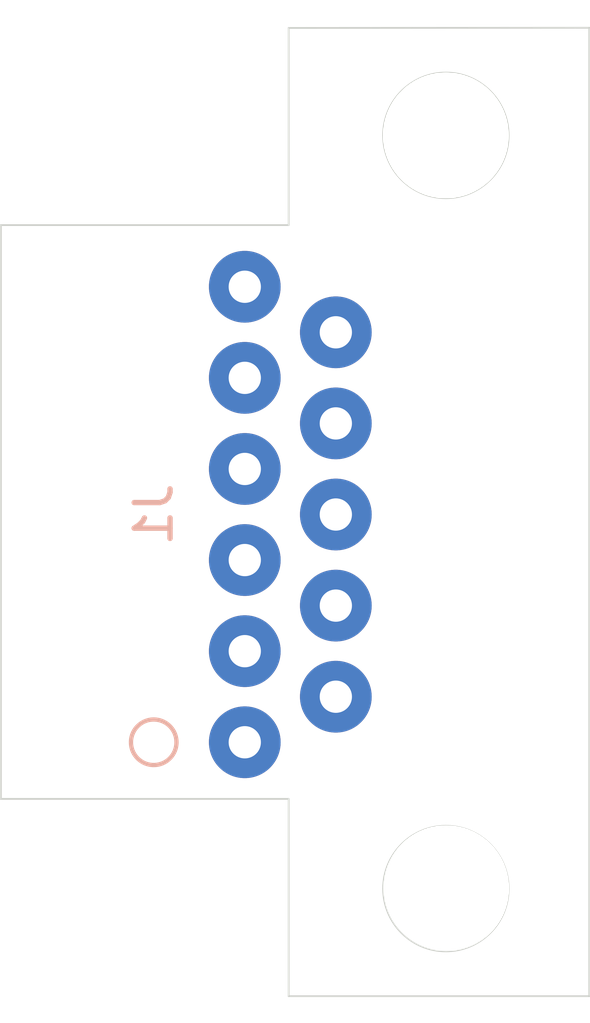
<source format=kicad_pcb>
(kicad_pcb (version 20171130) (host pcbnew "(5.1.10)-1")

  (general
    (thickness 2)
    (drawings 102)
    (tracks 0)
    (zones 0)
    (modules 3)
    (nets 1)
  )

  (page A4)
  (layers
    (0 F.Cu signal)
    (31 B.Cu signal)
    (32 B.Adhes user hide)
    (33 F.Adhes user hide)
    (34 B.Paste user hide)
    (35 F.Paste user hide)
    (36 B.SilkS user hide)
    (37 F.SilkS user hide)
    (38 B.Mask user hide)
    (39 F.Mask user hide)
    (40 Dwgs.User user hide)
    (41 Cmts.User user hide)
    (42 Eco1.User user hide)
    (43 Eco2.User user hide)
    (44 Edge.Cuts user)
    (45 Margin user hide)
    (46 B.CrtYd user hide)
    (47 F.CrtYd user hide)
    (48 B.Fab user hide)
    (49 F.Fab user hide)
  )

  (setup
    (last_trace_width 0.25)
    (user_trace_width 0.25)
    (user_trace_width 0.5)
    (trace_clearance 0.15)
    (zone_clearance 0.508)
    (zone_45_only no)
    (trace_min 0.1524)
    (via_size 0.8)
    (via_drill 0.35)
    (via_min_size 0.35)
    (via_min_drill 0.15)
    (uvia_size 0.25)
    (uvia_drill 0.1)
    (uvias_allowed no)
    (uvia_min_size 0.2)
    (uvia_min_drill 0.1)
    (edge_width 0.25)
    (segment_width 0.1)
    (pcb_text_width 0.2)
    (pcb_text_size 1 1)
    (mod_edge_width 0.15)
    (mod_text_size 0.5 0.5)
    (mod_text_width 0.1)
    (pad_size 1.524 1.524)
    (pad_drill 0.762)
    (pad_to_mask_clearance 0)
    (aux_axis_origin 0 0)
    (visible_elements 7FFFFFFF)
    (pcbplotparams
      (layerselection 0x010fc_ffffffff)
      (usegerberextensions false)
      (usegerberattributes true)
      (usegerberadvancedattributes true)
      (creategerberjobfile true)
      (excludeedgelayer true)
      (linewidth 0.100000)
      (plotframeref false)
      (viasonmask false)
      (mode 1)
      (useauxorigin false)
      (hpglpennumber 1)
      (hpglpenspeed 20)
      (hpglpendiameter 15.000000)
      (psnegative false)
      (psa4output false)
      (plotreference true)
      (plotvalue false)
      (plotinvisibletext false)
      (padsonsilk false)
      (subtractmaskfromsilk false)
      (outputformat 1)
      (mirror false)
      (drillshape 0)
      (scaleselection 1)
      (outputdirectory "Gerbers/"))
  )

  (net 0 "")

  (net_class Default "This is the default net class."
    (clearance 0.15)
    (trace_width 0.25)
    (via_dia 0.8)
    (via_drill 0.35)
    (uvia_dia 0.25)
    (uvia_drill 0.1)
  )

  (net_class Power ""
    (clearance 0.15)
    (trace_width 0.5)
    (via_dia 0.8)
    (via_drill 0.35)
    (uvia_dia 0.25)
    (uvia_drill 0.1)
  )

  (module Pixels-dice:ICP-POGO-11-SUPPORT (layer B.Cu) (tedit 61C50701) (tstamp 61C4FA91)
    (at 111.99 109.89 90)
    (path /6142CC59)
    (fp_text reference J1 (at 0 -3.81 90) (layer B.SilkS)
      (effects (font (size 1 1) (thickness 0.15)) (justify mirror))
    )
    (fp_text value Conn_01x11 (at 0 3.81 90) (layer B.Fab)
      (effects (font (size 1 1) (thickness 0.15)) (justify mirror))
    )
    (fp_circle (center -6.35 -3.81) (end -5.715 -3.81) (layer B.SilkS) (width 0.12))
    (pad 11 thru_hole circle (at 6.35 -1.27 90) (size 2 2) (drill 0.9) (layers *.Cu *.Mask))
    (pad 10 thru_hole circle (at 5.08 1.27 90) (size 2 2) (drill 0.9) (layers *.Cu *.Mask))
    (pad 9 thru_hole circle (at 3.81 -1.27 90) (size 2 2) (drill 0.9) (layers *.Cu *.Mask))
    (pad 8 thru_hole circle (at 2.54 1.27 90) (size 2 2) (drill 0.9) (layers *.Cu *.Mask))
    (pad 7 thru_hole circle (at 1.27 -1.27 90) (size 2 2) (drill 0.9) (layers *.Cu *.Mask))
    (pad 6 thru_hole circle (at 0 1.27 90) (size 2 2) (drill 0.9) (layers *.Cu *.Mask))
    (pad 5 thru_hole circle (at -1.27 -1.27 90) (size 2 2) (drill 0.9) (layers *.Cu *.Mask))
    (pad 4 thru_hole circle (at -2.54 1.27 90) (size 2 2) (drill 0.9) (layers *.Cu *.Mask))
    (pad 3 thru_hole circle (at -3.81 -1.27 90) (size 2 2) (drill 0.9) (layers *.Cu *.Mask))
    (pad 2 thru_hole circle (at -5.08 1.27 90) (size 2 2) (drill 0.9) (layers *.Cu *.Mask))
    (pad 1 thru_hole circle (at -6.35 -1.27 90) (size 2 2) (drill 0.9) (layers *.Cu *.Mask))
  )

  (module MountingHole:MountingHole_3.5mm (layer F.Cu) (tedit 56D1B4CB) (tstamp 61C52692)
    (at 116.34 120.31)
    (descr "Mounting Hole 3.5mm, no annular")
    (tags "mounting hole 3.5mm no annular")
    (path /61CF49E0)
    (attr virtual)
    (fp_text reference H24 (at 0 -4.5) (layer F.SilkS) hide
      (effects (font (size 1 1) (thickness 0.15)))
    )
    (fp_text value MountingHole (at 0 4.5) (layer F.Fab)
      (effects (font (size 1 1) (thickness 0.15)))
    )
    (fp_circle (center 0 0) (end 3.75 0) (layer F.CrtYd) (width 0.05))
    (fp_circle (center 0 0) (end 3.5 0) (layer Cmts.User) (width 0.15))
    (fp_text user %R (at 0.3 0) (layer F.Fab)
      (effects (font (size 1 1) (thickness 0.15)))
    )
    (pad 1 np_thru_hole circle (at 0 0) (size 3.5 3.5) (drill 3.5) (layers *.Cu *.Mask))
  )

  (module MountingHole:MountingHole_3.5mm (layer F.Cu) (tedit 56D1B4CB) (tstamp 61C5266A)
    (at 116.33 99.32)
    (descr "Mounting Hole 3.5mm, no annular")
    (tags "mounting hole 3.5mm no annular")
    (path /61CF465D)
    (attr virtual)
    (fp_text reference H19 (at 0 -4.5) (layer F.SilkS) hide
      (effects (font (size 1 1) (thickness 0.15)))
    )
    (fp_text value MountingHole (at 0 4.5) (layer F.Fab)
      (effects (font (size 1 1) (thickness 0.15)))
    )
    (fp_circle (center 0 0) (end 3.75 0) (layer F.CrtYd) (width 0.05))
    (fp_circle (center 0 0) (end 3.5 0) (layer Cmts.User) (width 0.15))
    (fp_text user %R (at 0.3 0) (layer F.Fab)
      (effects (font (size 1 1) (thickness 0.15)))
    )
    (pad 1 np_thru_hole circle (at 0 0) (size 3.5 3.5) (drill 3.5) (layers *.Cu *.Mask))
  )

  (gr_circle (center 116.330001 120.319592) (end 114.580001 120.319592) (layer Edge.Cuts) (width 0.05))
  (gr_circle (center 116.330001 99.319595) (end 114.580001 99.319595) (layer Edge.Cuts) (width 0.05))
  (gr_line (start 111.943663 117.819592) (end 103.916416 117.819592) (layer Edge.Cuts) (width 0.05))
  (gr_line (start 111.943663 101.820647) (end 111.943663 96.324384) (layer Edge.Cuts) (width 0.05))
  (gr_line (start 120.330271 96.319377) (end 120.330273 123.319592) (layer Edge.Cuts) (width 0.05))
  (gr_line (start 103.916416 101.820647) (end 111.943663 101.820647) (layer Edge.Cuts) (width 0.05))
  (gr_line (start 120.330273 123.319592) (end 111.943663 123.319592) (layer Edge.Cuts) (width 0.05))
  (gr_line (start 111.943663 96.324384) (end 120.330271 96.319377) (layer Edge.Cuts) (width 0.05))
  (gr_line (start 111.943663 123.319592) (end 111.943663 117.819592) (layer Edge.Cuts) (width 0.05))
  (gr_line (start 103.916416 117.819592) (end 103.916416 101.820647) (layer Edge.Cuts) (width 0.05))
  (gr_line (start 139.449644 115.637152) (end 138.50624 115.637153) (layer Dwgs.User) (width 0.05))
  (gr_line (start 125.94964 115.637151) (end 125.006243 115.63715) (layer Dwgs.User) (width 0.05))
  (gr_line (start 109.21794 101.316781) (end 109.217939 118.316775) (layer Dwgs.User) (width 0.05))
  (gr_circle (center 125.477938 101.937152) (end 123.227943 101.937155) (layer Dwgs.User) (width 0.05))
  (gr_line (start 138.506243 120.037154) (end 139.449638 120.037152) (layer Dwgs.User) (width 0.05))
  (gr_arc (start 138.977941 101.937154) (end 139.449646 104.137152) (angle -155.7970159) (layer Dwgs.User) (width 0.05))
  (gr_line (start 111.441607 101.316778) (end 109.21794 101.316781) (layer Dwgs.User) (width 0.05))
  (gr_line (start 104.730003 176.160003) (end 69.73 176.159999) (layer Dwgs.User) (width 0.05))
  (gr_line (start 41.730001 110.16) (end 79.730002 110.160004) (layer Dwgs.User) (width 0.05))
  (gr_line (start 111.441603 118.316775) (end 111.4416 123.816776) (layer Dwgs.User) (width 0.05))
  (gr_line (start 69.73 176.159999) (end 51.729999 158.160002) (layer Dwgs.User) (width 0.05))
  (gr_line (start 51.729999 158.160002) (end 41.729995 158.16) (layer Dwgs.User) (width 0.05))
  (gr_line (start 139.449641 99.737155) (end 138.506238 99.737151) (layer Dwgs.User) (width 0.05))
  (gr_line (start 138.506244 104.137151) (end 139.449646 104.137152) (layer Dwgs.User) (width 0.05))
  (gr_arc (start 125.477942 117.837153) (end 125.006243 115.63715) (angle -155.7970159) (layer Dwgs.User) (width 0.05))
  (gr_line (start 79.730002 110.160004) (end 94.163757 85.159995) (layer Dwgs.User) (width 0.05))
  (gr_arc (start 138.977943 117.83715) (end 138.50624 115.637153) (angle -155.7970159) (layer Dwgs.User) (width 0.05))
  (gr_line (start 41.729995 158.16) (end 41.730001 110.16) (layer Dwgs.User) (width 0.05))
  (gr_arc (start 138.977941 101.937154) (end 138.506238 99.737151) (angle -155.7970159) (layer Dwgs.User) (width 0.05))
  (gr_line (start 109.217939 118.316775) (end 111.441603 118.316775) (layer Dwgs.User) (width 0.05))
  (gr_arc (start 138.977943 117.83715) (end 139.449638 120.037152) (angle -155.7970159) (layer Dwgs.User) (width 0.05))
  (gr_line (start 111.441607 85.159995) (end 111.441607 101.316778) (layer Dwgs.User) (width 0.05))
  (gr_line (start 94.163757 85.159995) (end 111.441607 85.159995) (layer Dwgs.User) (width 0.05))
  (gr_circle (center 125.477938 101.937152) (end 123.227943 101.937155) (layer Dwgs.User) (width 0.05))
  (gr_arc (start 125.477942 117.837153) (end 125.949641 120.037152) (angle -155.7970159) (layer Dwgs.User) (width 0.05))
  (gr_arc (start 138.977941 101.937154) (end 139.449646 104.137152) (angle -155.7970159) (layer Dwgs.User) (width 0.05))
  (gr_circle (center 74.73 118.159999) (end 72.979998 118.160001) (layer Dwgs.User) (width 0.05))
  (gr_line (start 159.729998 58.160001) (end 159.730001 178.159997) (layer Dwgs.User) (width 0.05))
  (gr_circle (center 99.729998 168.159999) (end 97.980001 168.159998) (layer Dwgs.User) (width 0.05))
  (gr_arc (start 125.477942 117.837153) (end 125.006243 115.63715) (angle -155.7970159) (layer Dwgs.User) (width 0.05))
  (gr_line (start 159.730001 178.159997) (end 39.73 178.160001) (layer Dwgs.User) (width 0.05))
  (gr_arc (start 138.977943 117.83715) (end 139.449638 120.037152) (angle -155.7970159) (layer Dwgs.User) (width 0.05))
  (gr_line (start 139.449644 115.637152) (end 138.50624 115.637153) (layer Dwgs.User) (width 0.05))
  (gr_line (start 127.125894 153.764106) (end 104.730003 176.160003) (layer Dwgs.User) (width 0.05))
  (gr_line (start 39.73 178.160001) (end 39.73 58.16) (layer Dwgs.User) (width 0.05))
  (gr_line (start 138.506243 120.037154) (end 139.449638 120.037152) (layer Dwgs.User) (width 0.05))
  (gr_line (start 125.006246 120.037152) (end 125.949641 120.037152) (layer Dwgs.User) (width 0.05))
  (gr_arc (start 138.977943 117.83715) (end 138.50624 115.637153) (angle -155.7970159) (layer Dwgs.User) (width 0.05))
  (gr_line (start 125.94964 115.637151) (end 125.006243 115.63715) (layer Dwgs.User) (width 0.05))
  (gr_line (start 138.506244 104.137151) (end 139.449646 104.137152) (layer Dwgs.User) (width 0.05))
  (gr_line (start 127.125888 123.816775) (end 127.125894 153.764106) (layer Dwgs.User) (width 0.05))
  (gr_line (start 111.4416 123.816776) (end 127.125888 123.816775) (layer Dwgs.User) (width 0.05))
  (gr_circle (center 49.73 118.159999) (end 47.980003 118.159998) (layer Dwgs.User) (width 0.05))
  (gr_circle (center 99.729999 93.16) (end 97.98 93.159998) (layer Dwgs.User) (width 0.05))
  (gr_circle (center 74.73 168.159999) (end 72.979998 168.159999) (layer Dwgs.User) (width 0.05))
  (gr_circle (center 110.71794 106.077185) (end 110.217942 106.077178) (layer Dwgs.User) (width 0.05))
  (gr_circle (center 113.257941 107.34718) (end 112.757943 107.347186) (layer Dwgs.User) (width 0.05))
  (gr_circle (center 116.327941 99.316777) (end 114.577944 99.316776) (layer Dwgs.User) (width 0.05))
  (gr_circle (center 113.257943 112.427187) (end 112.757939 112.427183) (layer Dwgs.User) (width 0.05))
  (gr_circle (center 110.717941 113.697181) (end 110.217943 113.697182) (layer Dwgs.User) (width 0.05))
  (gr_line (start 120.327944 123.316776) (end 120.327943 96.316778) (layer Dwgs.User) (width 0.05))
  (gr_line (start 120.327943 96.316778) (end 151.941604 96.316777) (layer Dwgs.User) (width 0.05))
  (gr_line (start 151.941605 123.316781) (end 120.327944 123.316776) (layer Dwgs.User) (width 0.05))
  (gr_line (start 125.006246 120.037152) (end 125.949641 120.037152) (layer Dwgs.User) (width 0.05))
  (gr_circle (center 116.327944 120.316772) (end 114.577944 120.316771) (layer Dwgs.User) (width 0.05))
  (gr_circle (center 110.717942 108.617177) (end 110.217941 108.617184) (layer Dwgs.User) (width 0.05))
  (gr_line (start 151.941604 96.316777) (end 151.941605 123.316781) (layer Dwgs.User) (width 0.05))
  (gr_line (start 120.327944 123.316776) (end 111.941603 123.316772) (layer Dwgs.User) (width 0.05))
  (gr_circle (center 110.717945 116.23718) (end 110.217942 116.237184) (layer Dwgs.User) (width 0.05))
  (gr_circle (center 110.717941 103.537185) (end 110.217942 103.537183) (layer Dwgs.User) (width 0.05))
  (gr_line (start 111.941606 96.316776) (end 120.327943 96.316778) (layer Dwgs.User) (width 0.05))
  (gr_arc (start 125.477942 117.837153) (end 125.949641 120.037152) (angle -155.7970159) (layer Dwgs.User) (width 0.05))
  (gr_line (start 111.941606 101.316778) (end 111.941606 96.316776) (layer Dwgs.User) (width 0.05))
  (gr_circle (center 110.717941 111.157184) (end 110.217943 111.157186) (layer Dwgs.User) (width 0.05))
  (gr_circle (center 113.257948 114.967182) (end 112.757941 114.967182) (layer Dwgs.User) (width 0.05))
  (gr_line (start 111.941607 118.316772) (end 113.441606 118.316772) (layer Dwgs.User) (width 0.05))
  (gr_circle (center 113.25794 104.807187) (end 112.757942 104.807183) (layer Dwgs.User) (width 0.05))
  (gr_line (start 116.266218 116.057087) (end 116.266217 103.576461) (layer Dwgs.User) (width 0.05))
  (gr_circle (center 113.257939 109.887183) (end 112.757943 109.887178) (layer Dwgs.User) (width 0.05))
  (gr_line (start 113.441604 101.316775) (end 111.941606 101.316778) (layer Dwgs.User) (width 0.05))
  (gr_line (start 113.441606 118.316772) (end 116.266218 116.057087) (layer Dwgs.User) (width 0.05))
  (gr_line (start 120.327943 96.316778) (end 120.327944 123.316776) (layer Dwgs.User) (width 0.05))
  (gr_line (start 111.941603 123.316772) (end 111.941607 118.316772) (layer Dwgs.User) (width 0.05))
  (gr_line (start 116.266217 103.576461) (end 113.441604 101.316775) (layer Dwgs.User) (width 0.05))
  (gr_circle (center 99.73 118.159999) (end 97.98 118.159993) (layer Dwgs.User) (width 0.05))
  (gr_arc (start 138.977941 101.937154) (end 138.506238 99.737151) (angle -155.7970159) (layer Dwgs.User) (width 0.05))
  (gr_circle (center 99.730004 143.159999) (end 97.979998 143.159999) (layer Dwgs.User) (width 0.05))
  (gr_circle (center 49.73 118.159999) (end 47.980003 118.159998) (layer Dwgs.User) (width 0.05))
  (gr_line (start 139.449641 99.737155) (end 138.506238 99.737151) (layer Dwgs.User) (width 0.05))
  (gr_circle (center 116.327944 120.316772) (end 114.577944 120.316771) (layer Dwgs.User) (width 0.05))
  (gr_circle (center 99.729998 168.159999) (end 97.980001 168.159998) (layer Dwgs.User) (width 0.05))
  (gr_circle (center 124.730001 168.159997) (end 122.979998 168.159998) (layer Dwgs.User) (width 0.05))
  (gr_circle (center 74.73 118.159999) (end 72.979998 118.160001) (layer Dwgs.User) (width 0.05))
  (gr_circle (center 74.73 168.159999) (end 72.979998 168.159999) (layer Dwgs.User) (width 0.05))
  (gr_circle (center 99.729999 93.16) (end 97.98 93.159998) (layer Dwgs.User) (width 0.05))
  (gr_circle (center 124.73 143.159997) (end 122.980001 143.159997) (layer Dwgs.User) (width 0.05))
  (gr_circle (center 49.730002 143.159994) (end 47.980001 143.160002) (layer Dwgs.User) (width 0.05))
  (gr_circle (center 49.730001 93.16) (end 47.98 93.160002) (layer Dwgs.User) (width 0.05))
  (gr_circle (center 116.327941 99.316777) (end 114.577944 99.316776) (layer Dwgs.User) (width 0.05))
  (gr_circle (center 74.730001 143.160001) (end 72.980002 143.16) (layer Dwgs.User) (width 0.05))
  (gr_circle (center 149.729999 143.159999) (end 147.979999 143.160003) (layer Dwgs.User) (width 0.05))
  (gr_circle (center 74.73 93.16) (end 72.980001 93.160002) (layer Dwgs.User) (width 0.05))

)

</source>
